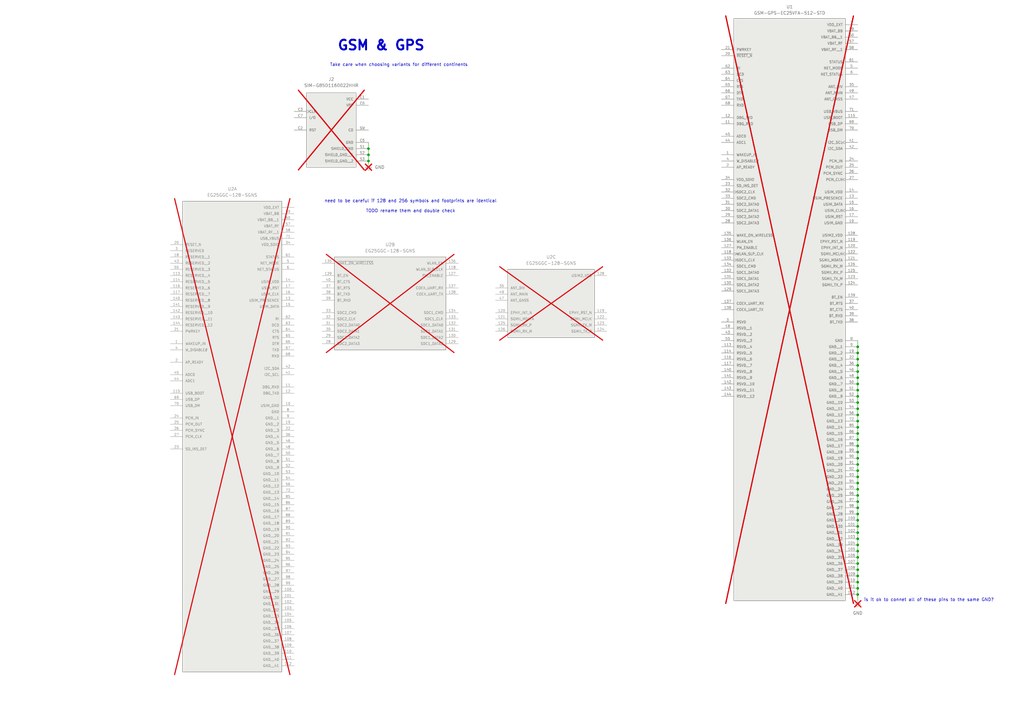
<source format=kicad_sch>
(kicad_sch (version 20250114) (generator "eeschema") (generator_version "9.0")
  (paper "A3")
  (lib_symbols
    (symbol "GND_1" (power) (pin_names (offset 0))
      (property "Value" "GND" (at 0 -3.81 0))
      (symbol "GND_1_0_1"
        (polyline (pts (xy 0 0) (xy 0 -1.27) (xy 1.27 -1.27) (xy 0 -2.54) (xy -1.27 -1.27) (xy 0 -1.27)))
      )
      (symbol "GND_1_1_1"
        (pin power_in line (at 0 0 270) (length 0) (hide yes) (name "GND") (number "1"))
      )
    )
    (symbol "SPIRIT-components:EG25GGC-128-SGNS" (pin_names (offset 1.016))
      (property "Reference" "U" (at -20.32 41.91 0))
      (property "Value" "EG25GGC-128-SGNS" (at -20.32 -153.67 0))
      (symbol "EG25GGC-128-SGNS_1_0"
        (rectangle (start -20.32 -152.4) (end 20.32 40.64) (stroke (width 0.254)) (fill (type background)))
        (pin input line (at -25.4 22.86 0) (length 5.08) (name "RESET_N") (number "20"))
        (pin bidirectional line (at -25.4 20.32 0) (length 5.08) (name "RESERVED") (number "3"))
        (pin bidirectional line (at -25.4 17.78 0) (length 5.08) (name "RESERVED__1") (number "18"))
        (pin bidirectional line (at -25.4 15.24 0) (length 5.08) (name "RESERVED__2") (number "43"))
        (pin bidirectional line (at -25.4 12.7 0) (length 5.08) (name "RESERVED__3") (number "55"))
        (pin bidirectional line (at -25.4 10.16 0) (length 5.08) (name "RESERVED__4") (number "113"))
        (pin bidirectional line (at -25.4 7.62 0) (length 5.08) (name "RESERVED__5") (number "114"))
        (pin bidirectional line (at -25.4 5.08 0) (length 5.08) (name "RESERVED__6") (number "116"))
        (pin bidirectional line (at -25.4 2.54 0) (length 5.08) (name "RESERVED__7") (number "117"))
        (pin bidirectional line (at -25.4 0 0) (length 5.08) (name "RESERVED__8") (number "140"))
        (pin bidirectional line (at -25.4 -2.54 0) (length 5.08) (name "RESERVED__9") (number "141"))
        (pin bidirectional line (at -25.4 -5.08 0) (length 5.08) (name "RESERVED__10") (number "142"))
        (pin bidirectional line (at -25.4 -7.62 0) (length 5.08) (name "RESERVED__11") (number "143"))
        (pin bidirectional line (at -25.4 -10.16 0) (length 5.08) (name "RESERVED__12") (number "144"))
        (pin input line (at -25.4 -12.7 0) (length 5.08) (name "PWRKEY") (number "21"))
        (pin input line (at -25.4 -17.78 0) (length 5.08) (name "WAKEUP_IN") (number "1"))
        (pin input line (at -25.4 -20.32 0) (length 5.08) (name "W_DISABLE#") (number "4"))
        (pin input line (at -25.4 -25.4 0) (length 5.08) (name "AP_READY") (number "2"))
        (pin input line (at -25.4 -30.48 0) (length 5.08) (name "ADC0") (number "45"))
        (pin input line (at -25.4 -33.02 0) (length 5.08) (name "ADC1") (number "44"))
        (pin input line (at -25.4 -38.1 0) (length 5.08) (name "USB_BOOT") (number "115"))
        (pin bidirectional line (at -25.4 -40.64 0) (length 5.08) (name "USB_DP") (number "69"))
        (pin bidirectional line (at -25.4 -43.18 0) (length 5.08) (name "USB_DM") (number "70"))
        (pin input line (at -25.4 -48.26 0) (length 5.08) (name "PCM_IN") (number "24"))
        (pin output line (at -25.4 -50.8 0) (length 5.08) (name "PCM_OUT") (number "25"))
        (pin bidirectional line (at -25.4 -53.34 0) (length 5.08) (name "PCM_SYNC") (number "26"))
        (pin bidirectional line (at -25.4 -55.88 0) (length 5.08) (name "PCM_CLK") (number "27"))
        (pin input line (at -25.4 -60.96 0) (length 5.08) (name "SD_INS_DET") (number "23"))
        (pin power_in line (at 25.4 38.1 180) (length 5.08) (name "VDD_EXT") (number "7"))
        (pin power_in line (at 25.4 35.56 180) (length 5.08) (name "VBAT_BB") (number "59"))
        (pin power_in line (at 25.4 33.02 180) (length 5.08) (name "VBAT_BB__1") (number "60"))
        (pin power_in line (at 25.4 30.48 180) (length 5.08) (name "VBAT_RF") (number "57"))
        (pin power_in line (at 25.4 27.94 180) (length 5.08) (name "VBAT_RF__1") (number "58"))
        (pin power_in line (at 25.4 25.4 180) (length 5.08) (name "USB_VBUS") (number "71"))
        (pin output line (at 25.4 22.86 180) (length 5.08) (name "VDD_SDIO") (number "34"))
        (pin output line (at 25.4 17.78 180) (length 5.08) (name "STATUS") (number "61"))
        (pin output line (at 25.4 15.24 180) (length 5.08) (name "NET_MODE") (number "5"))
        (pin output line (at 25.4 12.7 180) (length 5.08) (name "NET_STATUS") (number "6"))
        (pin output line (at 25.4 7.62 180) (length 5.08) (name "USIM_VDD") (number "14"))
        (pin output line (at 25.4 5.08 180) (length 5.08) (name "USIM_RST") (number "17"))
        (pin output line (at 25.4 2.54 180) (length 5.08) (name "USIM_CLK") (number "16"))
        (pin input line (at 25.4 0 180) (length 5.08) (name "USIM_PRESENCE") (number "13"))
        (pin bidirectional line (at 25.4 -2.54 180) (length 5.08) (name "USIM_DATA") (number "15"))
        (pin output line (at 25.4 -7.62 180) (length 5.08) (name "RI") (number "62"))
        (pin output line (at 25.4 -10.16 180) (length 5.08) (name "DCD") (number "63"))
        (pin output line (at 25.4 -12.7 180) (length 5.08) (name "CTS") (number "64"))
        (pin input line (at 25.4 -15.24 180) (length 5.08) (name "RTS") (number "65"))
        (pin input line (at 25.4 -17.78 180) (length 5.08) (name "DTR") (number "66"))
        (pin output line (at 25.4 -20.32 180) (length 5.08) (name "TXD") (number "67"))
        (pin input line (at 25.4 -22.86 180) (length 5.08) (name "RXD") (number "68"))
        (pin output line (at 25.4 -27.94 180) (length 5.08) (name "I2C_SDA") (number "42"))
        (pin output line (at 25.4 -30.48 180) (length 5.08) (name "I2C_SCL") (number "41"))
        (pin input line (at 25.4 -35.56 180) (length 5.08) (name "DBG_RXD") (number "11"))
        (pin output line (at 25.4 -38.1 180) (length 5.08) (name "DBG_TXD") (number "12"))
        (pin power_in line (at 25.4 -43.18 180) (length 5.08) (name "USIM_GND") (number "10"))
        (pin power_in line (at 25.4 -45.72 180) (length 5.08) (name "GND") (number "8"))
        (pin power_in line (at 25.4 -48.26 180) (length 5.08) (name "GND__1") (number "9"))
        (pin power_in line (at 25.4 -50.8 180) (length 5.08) (name "GND__2") (number "19"))
        (pin power_in line (at 25.4 -53.34 180) (length 5.08) (name "GND__3") (number "22"))
        (pin power_in line (at 25.4 -55.88 180) (length 5.08) (name "GND__4") (number "36"))
        (pin power_in line (at 25.4 -58.42 180) (length 5.08) (name "GND__5") (number "46"))
        (pin power_in line (at 25.4 -60.96 180) (length 5.08) (name "GND__6") (number "48"))
        (pin power_in line (at 25.4 -63.5 180) (length 5.08) (name "GND__7") (number "50"))
        (pin power_in line (at 25.4 -66.04 180) (length 5.08) (name "GND__8") (number "51"))
        (pin power_in line (at 25.4 -68.58 180) (length 5.08) (name "GND__9") (number "52"))
        (pin power_in line (at 25.4 -71.12 180) (length 5.08) (name "GND__10") (number "53"))
        (pin power_in line (at 25.4 -73.66 180) (length 5.08) (name "GND__11") (number "54"))
        (pin power_in line (at 25.4 -76.2 180) (length 5.08) (name "GND__12") (number "56"))
        (pin power_in line (at 25.4 -78.74 180) (length 5.08) (name "GND__13") (number "72"))
        (pin power_in line (at 25.4 -81.28 180) (length 5.08) (name "GND__14") (number "85"))
        (pin power_in line (at 25.4 -83.82 180) (length 5.08) (name "GND__15") (number "86"))
        (pin power_in line (at 25.4 -86.36 180) (length 5.08) (name "GND__16") (number "87"))
        (pin power_in line (at 25.4 -88.9 180) (length 5.08) (name "GND__17") (number "88"))
        (pin power_in line (at 25.4 -91.44 180) (length 5.08) (name "GND__18") (number "89"))
        (pin power_in line (at 25.4 -93.98 180) (length 5.08) (name "GND__19") (number "90"))
        (pin power_in line (at 25.4 -96.52 180) (length 5.08) (name "GND__20") (number "91"))
        (pin power_in line (at 25.4 -99.06 180) (length 5.08) (name "GND__21") (number "92"))
        (pin power_in line (at 25.4 -101.6 180) (length 5.08) (name "GND__22") (number "93"))
        (pin power_in line (at 25.4 -104.14 180) (length 5.08) (name "GND__23") (number "94"))
        (pin power_in line (at 25.4 -106.68 180) (length 5.08) (name "GND__24") (number "95"))
        (pin power_in line (at 25.4 -109.22 180) (length 5.08) (name "GND__25") (number "96"))
        (pin power_in line (at 25.4 -111.76 180) (length 5.08) (name "GND__26") (number "97"))
        (pin power_in line (at 25.4 -114.3 180) (length 5.08) (name "GND__27") (number "98"))
        (pin power_in line (at 25.4 -116.84 180) (length 5.08) (name "GND__28") (number "99"))
        (pin power_in line (at 25.4 -119.38 180) (length 5.08) (name "GND__29") (number "100"))
        (pin power_in line (at 25.4 -121.92 180) (length 5.08) (name "GND__30") (number "101"))
        (pin power_in line (at 25.4 -124.46 180) (length 5.08) (name "GND__31") (number "102"))
        (pin power_in line (at 25.4 -127 180) (length 5.08) (name "GND__32") (number "103"))
        (pin power_in line (at 25.4 -129.54 180) (length 5.08) (name "GND__33") (number "104"))
        (pin power_in line (at 25.4 -132.08 180) (length 5.08) (name "GND__34") (number "105"))
        (pin power_in line (at 25.4 -134.62 180) (length 5.08) (name "GND__35") (number "106"))
        (pin power_in line (at 25.4 -137.16 180) (length 5.08) (name "GND__36") (number "107"))
        (pin power_in line (at 25.4 -139.7 180) (length 5.08) (name "GND__37") (number "108"))
        (pin power_in line (at 25.4 -142.24 180) (length 5.08) (name "GND__38") (number "109"))
        (pin power_in line (at 25.4 -144.78 180) (length 5.08) (name "GND__39") (number "110"))
        (pin power_in line (at 25.4 -147.32 180) (length 5.08) (name "GND__40") (number "111"))
        (pin power_in line (at 25.4 -149.86 180) (length 5.08) (name "GND__41") (number "112"))
      )
      (symbol "EG25GGC-128-SGNS_2_0"
        (rectangle (start -22.86 -20.32) (end 22.86 17.78) (stroke (width 0.254)) (fill (type background)))
        (pin input line (at -27.94 15.24 0) (length 5.08) (name "~{WAKE_ON_WIRELESS}") (number "135"))
        (pin output line (at -27.94 10.16 0) (length 5.08) (name "BT_EN") (number "139"))
        (pin output line (at -27.94 7.62 0) (length 5.08) (name "BT_CTS") (number "40"))
        (pin input line (at -27.94 5.08 0) (length 5.08) (name "BT_RTS") (number "37"))
        (pin output line (at -27.94 2.54 0) (length 5.08) (name "BT_TXD") (number "38"))
        (pin input line (at -27.94 0 0) (length 5.08) (name "BT_RXD") (number "39"))
        (pin bidirectional line (at -27.94 -5.08 0) (length 5.08) (name "SDC2_CMD") (number "33"))
        (pin output line (at -27.94 -7.62 0) (length 5.08) (name "SDC2_CLK") (number "32"))
        (pin bidirectional line (at -27.94 -10.16 0) (length 5.08) (name "SDC2_DATA0") (number "31"))
        (pin bidirectional line (at -27.94 -12.7 0) (length 5.08) (name "SDC2_DATA1") (number "30"))
        (pin bidirectional line (at -27.94 -15.24 0) (length 5.08) (name "SDC2_DATA2") (number "29"))
        (pin bidirectional line (at -27.94 -17.78 0) (length 5.08) (name "SDC2_DATA3") (number "28"))
        (pin output line (at 27.94 15.24 180) (length 5.08) (name "WLAN_EN") (number "136"))
        (pin output line (at 27.94 12.7 180) (length 5.08) (name "WLAN_SLP_CLK") (number "118"))
        (pin output line (at 27.94 10.16 180) (length 5.08) (name "PM_ENABLE") (number "127"))
        (pin input line (at 27.94 5.08 180) (length 5.08) (name "COEX_UART_RX") (number "137"))
        (pin output line (at 27.94 2.54 180) (length 5.08) (name "COEX_UART_TX") (number "138"))
        (pin output line (at 27.94 -5.08 180) (length 5.08) (name "SDC1_CMD") (number "134"))
        (pin output line (at 27.94 -7.62 180) (length 5.08) (name "SDC1_CLK") (number "133"))
        (pin bidirectional line (at 27.94 -10.16 180) (length 5.08) (name "SDC1_DATA0") (number "132"))
        (pin bidirectional line (at 27.94 -12.7 180) (length 5.08) (name "SDC1_DATA1") (number "131"))
        (pin bidirectional line (at 27.94 -15.24 180) (length 5.08) (name "SDC1_DATA2") (number "130"))
        (pin bidirectional line (at 27.94 -17.78 180) (length 5.08) (name "SDC1_DATA3") (number "129"))
      )
      (symbol "EG25GGC-128-SGNS_3_0"
        (rectangle (start -17.78 -15.24) (end 17.78 12.7) (stroke (width 0.254)) (fill (type background)))
        (pin input line (at -22.86 5.08 0) (length 5.08) (name "ANT_DIV") (number "35"))
        (pin output line (at -22.86 2.54 0) (length 5.08) (name "ANT_MAIN") (number "49"))
        (pin input line (at -22.86 0 0) (length 5.08) (name "ANT_GNSS") (number "47"))
        (pin input line (at -22.86 -5.08 0) (length 5.08) (name "EPHY_INT_N") (number "120"))
        (pin bidirectional line (at -22.86 -7.62 0) (length 5.08) (name "SGMII_MDATA") (number "121"))
        (pin input line (at -22.86 -10.16 0) (length 5.08) (name "SGMII_RX_P") (number "125"))
        (pin input line (at -22.86 -12.7 0) (length 5.08) (name "SGMII_RX_M") (number "126"))
        (pin output line (at 22.86 10.16 180) (length 5.08) (name "USIM2_VDD") (number "128"))
        (pin output line (at 22.86 -5.08 180) (length 5.08) (name "EPHY_RST_N") (number "119"))
        (pin output line (at 22.86 -7.62 180) (length 5.08) (name "SGMII_MCLK") (number "122"))
        (pin output line (at 22.86 -10.16 180) (length 5.08) (name "SGMII_TX_M") (number "123"))
        (pin output line (at 22.86 -12.7 180) (length 5.08) (name "SGMII_TX_P") (number "124"))
      )
    )
    (symbol "SPIRIT-components:GSM-GPS-EC25VFA-512-STD" (pin_names (offset 1.016))
      (property "Reference" "U" (at -22.86 64.77 0))
      (property "Value" "GSM-GPS-EC25VFA-512-STD" (at -22.86 -179.07 0))
      (symbol "GSM-GPS-EC25VFA-512-STD_0_0"
        (rectangle (start -22.86 -175.26) (end 22.86 63.5) (stroke (width 0.254)) (fill (type background)))
        (pin input line (at -27.94 50.8 0) (length 5.08) (name "PWRKEY") (number "21"))
        (pin input line (at -27.94 48.26 0) (length 5.08) (name "~{RESET_N}") (number "20"))
        (pin output line (at -27.94 43.18 0) (length 5.08) (name "RI") (number "62"))
        (pin output line (at -27.94 40.64 0) (length 5.08) (name "DCD") (number "63"))
        (pin output line (at -27.94 38.1 0) (length 5.08) (name "CTS") (number "64"))
        (pin input line (at -27.94 35.56 0) (length 5.08) (name "RTS") (number "65"))
        (pin input line (at -27.94 33.02 0) (length 5.08) (name "DTR") (number "66"))
        (pin output line (at -27.94 30.48 0) (length 5.08) (name "TXD") (number "67"))
        (pin input line (at -27.94 27.94 0) (length 5.08) (name "RXD") (number "68"))
        (pin output line (at -27.94 22.86 0) (length 5.08) (name "DBG_TXD") (number "12"))
        (pin input line (at -27.94 20.32 0) (length 5.08) (name "DBG_RXD") (number "11"))
        (pin input line (at -27.94 15.24 0) (length 5.08) (name "ADC0") (number "45"))
        (pin input line (at -27.94 12.7 0) (length 5.08) (name "ADC1") (number "44"))
        (pin input line (at -27.94 7.62 0) (length 5.08) (name "WAKEUP_IN") (number "1"))
        (pin input line (at -27.94 5.08 0) (length 5.08) (name "W_DISABLE#") (number "4"))
        (pin input line (at -27.94 2.54 0) (length 5.08) (name "AP_READY") (number "2"))
        (pin power_in line (at -27.94 -2.54 0) (length 5.08) (name "VDD_SDIO") (number "34"))
        (pin input line (at -27.94 -5.08 0) (length 5.08) (name "SD_INS_DET") (number "23"))
        (pin output clock (at -27.94 -7.62 0) (length 5.08) (name "SDC2_CLK") (number "32"))
        (pin bidirectional line (at -27.94 -10.16 0) (length 5.08) (name "SDC2_CMD") (number "33"))
        (pin bidirectional line (at -27.94 -12.7 0) (length 5.08) (name "SDC2_DATA0") (number "31"))
        (pin bidirectional line (at -27.94 -15.24 0) (length 5.08) (name "SDC2_DATA1") (number "30"))
        (pin bidirectional line (at -27.94 -17.78 0) (length 5.08) (name "SDC2_DATA2") (number "29"))
        (pin bidirectional line (at -27.94 -20.32 0) (length 5.08) (name "SDC2_DATA3") (number "28"))
        (pin input line (at -27.94 -25.4 0) (length 5.08) (name "WAKE_ON_WIRELESS") (number "135"))
        (pin output line (at -27.94 -27.94 0) (length 5.08) (name "WLAN_EN") (number "136"))
        (pin output line (at -27.94 -30.48 0) (length 5.08) (name "PM_ENABLE") (number "127"))
        (pin output clock (at -27.94 -33.02 0) (length 5.08) (name "WLAN_SLP_CLK") (number "118"))
        (pin output clock (at -27.94 -35.56 0) (length 5.08) (name "SDC1_CLK") (number "133"))
        (pin output line (at -27.94 -38.1 0) (length 5.08) (name "SDC1_CMD") (number "134"))
        (pin bidirectional line (at -27.94 -40.64 0) (length 5.08) (name "SDC1_DATA0") (number "132"))
        (pin bidirectional line (at -27.94 -43.18 0) (length 5.08) (name "SDC1_DATA1") (number "131"))
        (pin bidirectional line (at -27.94 -45.72 0) (length 5.08) (name "SDC1_DATA2") (number "130"))
        (pin bidirectional line (at -27.94 -48.26 0) (length 5.08) (name "SDC1_DATA3") (number "129"))
        (pin input line (at -27.94 -53.34 0) (length 5.08) (name "COEX_UART_RX") (number "137"))
        (pin output line (at -27.94 -55.88 0) (length 5.08) (name "COEX_UART_TX") (number "138"))
        (pin passive line (at -27.94 -60.96 0) (length 5.08) (name "RSVD") (number "3"))
        (pin passive line (at -27.94 -63.5 0) (length 5.08) (name "RSVD__1") (number "18"))
        (pin passive line (at -27.94 -66.04 0) (length 5.08) (name "RSVD__2") (number "43"))
        (pin passive line (at -27.94 -68.58 0) (length 5.08) (name "RSVD__3") (number "55"))
        (pin passive line (at -27.94 -71.12 0) (length 5.08) (name "RSVD__4") (number "113"))
        (pin passive line (at -27.94 -73.66 0) (length 5.08) (name "RSVD__5") (number "114"))
        (pin passive line (at -27.94 -76.2 0) (length 5.08) (name "RSVD__6") (number "116"))
        (pin passive line (at -27.94 -78.74 0) (length 5.08) (name "RSVD__7") (number "117"))
        (pin passive line (at -27.94 -81.28 0) (length 5.08) (name "RSVD__8") (number "140"))
        (pin passive line (at -27.94 -83.82 0) (length 5.08) (name "RSVD__9") (number "141"))
        (pin passive line (at -27.94 -86.36 0) (length 5.08) (name "RSVD__10") (number "142"))
        (pin passive line (at -27.94 -88.9 0) (length 5.08) (name "RSVD__11") (number "143"))
        (pin passive line (at -27.94 -91.44 0) (length 5.08) (name "RSVD__12") (number "144"))
        (pin power_in line (at 27.94 60.96 180) (length 5.08) (name "VDD_EXT") (number "7"))
        (pin power_in line (at 27.94 58.42 180) (length 5.08) (name "VBAT_BB") (number "59"))
        (pin power_in line (at 27.94 55.88 180) (length 5.08) (name "VBAT_BB__1") (number "60"))
        (pin power_in line (at 27.94 53.34 180) (length 5.08) (name "VBAT_RF") (number "57"))
        (pin power_in line (at 27.94 50.8 180) (length 5.08) (name "VBAT_RF__1") (number "58"))
        (pin output line (at 27.94 45.72 180) (length 5.08) (name "STATUS") (number "61"))
        (pin output line (at 27.94 43.18 180) (length 5.08) (name "NET_MODE") (number "5"))
        (pin output line (at 27.94 40.64 180) (length 5.08) (name "NET_STATUS") (number "6"))
        (pin input line (at 27.94 35.56 180) (length 5.08) (name "ANT_DIV") (number "35"))
        (pin bidirectional line (at 27.94 33.02 180) (length 5.08) (name "ANT_MAIN") (number "49"))
        (pin input line (at 27.94 30.48 180) (length 5.08) (name "ANT_GNSS") (number "47"))
        (pin input line (at 27.94 25.4 180) (length 5.08) (name "USB_VBUS") (number "71"))
        (pin input line (at 27.94 22.86 180) (length 5.08) (name "USB_BOOT") (number "115"))
        (pin bidirectional line (at 27.94 20.32 180) (length 5.08) (name "USB_DP") (number "69"))
        (pin bidirectional line (at 27.94 17.78 180) (length 5.08) (name "USB_DM") (number "70"))
        (pin output clock (at 27.94 12.7 180) (length 5.08) (name "I2C_SCL") (number "41"))
        (pin output line (at 27.94 10.16 180) (length 5.08) (name "I2C_SDA") (number "42"))
        (pin input line (at 27.94 5.08 180) (length 5.08) (name "PCM_IN") (number "24"))
        (pin output line (at 27.94 2.54 180) (length 5.08) (name "PCM_OUT") (number "25"))
        (pin bidirectional line (at 27.94 0 180) (length 5.08) (name "PCM_SYNC") (number "26"))
        (pin bidirectional clock (at 27.94 -2.54 180) (length 5.08) (name "PCM_CLK") (number "27"))
        (pin power_in line (at 27.94 -7.62 180) (length 5.08) (name "USIM_VDD") (number "14"))
        (pin input line (at 27.94 -10.16 180) (length 5.08) (name "USIM_PRESENCE") (number "13"))
        (pin bidirectional line (at 27.94 -12.7 180) (length 5.08) (name "USIM_DATA") (number "15"))
        (pin output clock (at 27.94 -15.24 180) (length 5.08) (name "USIM_CLK") (number "16"))
        (pin output line (at 27.94 -17.78 180) (length 5.08) (name "USIM_RST") (number "17"))
        (pin power_in line (at 27.94 -20.32 180) (length 5.08) (name "USIM_GND") (number "10"))
        (pin power_in line (at 27.94 -25.4 180) (length 5.08) (name "USIM2_VDD") (number "128"))
        (pin output line (at 27.94 -27.94 180) (length 5.08) (name "EPHY_RST_N") (number "119"))
        (pin input line (at 27.94 -30.48 180) (length 5.08) (name "EPHY_INT_N") (number "120"))
        (pin output clock (at 27.94 -33.02 180) (length 5.08) (name "SGMII_MCLK") (number "122"))
        (pin bidirectional line (at 27.94 -35.56 180) (length 5.08) (name "SGMII_MDATA") (number "121"))
        (pin input line (at 27.94 -38.1 180) (length 5.08) (name "SGMII_RX_M") (number "126"))
        (pin input line (at 27.94 -40.64 180) (length 5.08) (name "SGMII_RX_P") (number "125"))
        (pin output line (at 27.94 -43.18 180) (length 5.08) (name "SGMII_TX_M") (number "123"))
        (pin output line (at 27.94 -45.72 180) (length 5.08) (name "SGMII_TX_P") (number "124"))
        (pin output line (at 27.94 -50.8 180) (length 5.08) (name "BT_EN") (number "139"))
        (pin input line (at 27.94 -53.34 180) (length 5.08) (name "BT_RTS") (number "37"))
        (pin output line (at 27.94 -55.88 180) (length 5.08) (name "BT_CTS") (number "40"))
        (pin input line (at 27.94 -58.42 180) (length 5.08) (name "BT_RXD") (number "39"))
        (pin output line (at 27.94 -60.96 180) (length 5.08) (name "BT_TXD") (number "38"))
        (pin power_in line (at 27.94 -68.58 180) (length 5.08) (name "GND") (number "8"))
        (pin power_in line (at 27.94 -71.12 180) (length 5.08) (name "GND__1") (number "9"))
        (pin power_in line (at 27.94 -73.66 180) (length 5.08) (name "GND__2") (number "19"))
        (pin power_in line (at 27.94 -76.2 180) (length 5.08) (name "GND__3") (number "22"))
        (pin power_in line (at 27.94 -78.74 180) (length 5.08) (name "GND__4") (number "36"))
        (pin power_in line (at 27.94 -81.28 180) (length 5.08) (name "GND__5") (number "46"))
        (pin power_in line (at 27.94 -83.82 180) (length 5.08) (name "GND__6") (number "48"))
        (pin power_in line (at 27.94 -86.36 180) (length 5.08) (name "GND__7") (number "50"))
        (pin power_in line (at 27.94 -88.9 180) (length 5.08) (name "GND__8") (number "51"))
        (pin power_in line (at 27.94 -91.44 180) (length 5.08) (name "GND__9") (number "52"))
        (pin power_in line (at 27.94 -93.98 180) (length 5.08) (name "GND__10") (number "53"))
        (pin power_in line (at 27.94 -96.52 180) (length 5.08) (name "GND__11") (number "54"))
        (pin power_in line (at 27.94 -99.06 180) (length 5.08) (name "GND__12") (number "56"))
        (pin power_in line (at 27.94 -101.6 180) (length 5.08) (name "GND__13") (number "72"))
        (pin power_in line (at 27.94 -104.14 180) (length 5.08) (name "GND__14") (number "85"))
        (pin power_in line (at 27.94 -106.68 180) (length 5.08) (name "GND__15") (number "86"))
        (pin power_in line (at 27.94 -109.22 180) (length 5.08) (name "GND__16") (number "87"))
        (pin power_in line (at 27.94 -111.76 180) (length 5.08) (name "GND__17") (number "88"))
        (pin power_in line (at 27.94 -114.3 180) (length 5.08) (name "GND__18") (number "89"))
        (pin power_in line (at 27.94 -116.84 180) (length 5.08) (name "GND__19") (number "90"))
        (pin power_in line (at 27.94 -119.38 180) (length 5.08) (name "GND__20") (number "91"))
        (pin power_in line (at 27.94 -121.92 180) (length 5.08) (name "GND__21") (number "92"))
        (pin power_in line (at 27.94 -124.46 180) (length 5.08) (name "GND__22") (number "93"))
        (pin power_in line (at 27.94 -127 180) (length 5.08) (name "GND__23") (number "94"))
        (pin power_in line (at 27.94 -129.54 180) (length 5.08) (name "GND__24") (number "95"))
        (pin power_in line (at 27.94 -132.08 180) (length 5.08) (name "GND__25") (number "96"))
        (pin power_in line (at 27.94 -134.62 180) (length 5.08) (name "GND__26") (number "97"))
        (pin power_in line (at 27.94 -137.16 180) (length 5.08) (name "GND__27") (number "98"))
        (pin power_in line (at 27.94 -139.7 180) (length 5.08) (name "GND__28") (number "99"))
        (pin power_in line (at 27.94 -142.24 180) (length 5.08) (name "GND__29") (number "100"))
        (pin power_in line (at 27.94 -144.78 180) (length 5.08) (name "GND__30") (number "101"))
        (pin power_in line (at 27.94 -147.32 180) (length 5.08) (name "GND__31") (number "102"))
        (pin power_in line (at 27.94 -149.86 180) (length 5.08) (name "GND__32") (number "103"))
        (pin power_in line (at 27.94 -152.4 180) (length 5.08) (name "GND__33") (number "104"))
        (pin power_in line (at 27.94 -154.94 180) (length 5.08) (name "GND__34") (number "105"))
        (pin power_in line (at 27.94 -157.48 180) (length 5.08) (name "GND__35") (number "106"))
        (pin power_in line (at 27.94 -160.02 180) (length 5.08) (name "GND__36") (number "107"))
        (pin power_in line (at 27.94 -162.56 180) (length 5.08) (name "GND__37") (number "108"))
        (pin power_in line (at 27.94 -165.1 180) (length 5.08) (name "GND__38") (number "109"))
        (pin power_in line (at 27.94 -167.64 180) (length 5.08) (name "GND__39") (number "110"))
        (pin power_in line (at 27.94 -170.18 180) (length 5.08) (name "GND__40") (number "111"))
        (pin power_in line (at 27.94 -172.72 180) (length 5.08) (name "GND__41") (number "112"))
      )
    )
    (symbol "SPIRIT-components:SIM-G85D1160022HHR" (pin_names (offset 1.016))
      (property "Reference" "J" (at -10.16 13.462 0))
      (property "Value" "SIM-G85D1160022HHR" (at -10.16 -20.32 0))
      (symbol "SIM-G85D1160022HHR_0_0"
        (rectangle (start -10.16 -17.78) (end 10.16 12.7) (stroke (width 0.254)) (fill (type background)))
        (pin input clock (at -15.24 5.08 0) (length 5.08) (name "CLK") (number "C3"))
        (pin bidirectional line (at -15.24 2.54 0) (length 5.08) (name "I/O") (number "C7"))
        (pin input line (at -15.24 -2.54 0) (length 5.08) (name "RST") (number "C2"))
        (pin power_in line (at 15.24 10.16 180) (length 5.08) (name "VCC") (number "C1"))
        (pin passive line (at 15.24 7.62 180) (length 5.08) (name "VPP") (number "C6"))
        (pin passive line (at 15.24 -2.54 180) (length 5.08) (name "CD") (number "SW"))
        (pin power_in line (at 15.24 -7.62 180) (length 5.08) (name "GND") (number "C5"))
        (pin power_in line (at 15.24 -10.16 180) (length 5.08) (name "SHIELD_GND") (number "S1"))
        (pin power_in line (at 15.24 -12.7 180) (length 5.08) (name "SHIELD_GND__1") (number "S2"))
        (pin power_in line (at 15.24 -15.24 180) (length 5.08) (name "SHIELD_GND__2") (number "S3"))
      )
    )
    (symbol "power:GND" (power) (pin_names (offset 0))
      (property "Value" "GND" (at 0 -3.81 0))
      (symbol "GND_0_1"
        (polyline (pts (xy 0 0) (xy 0 -1.27) (xy 1.27 -1.27) (xy 0 -2.54) (xy -1.27 -1.27) (xy 0 -1.27)))
      )
      (symbol "GND_1_1"
        (pin power_in line (at 0 0 270) (length 0) (hide yes) (name "GND") (number "1"))
      )
    )
  )
  (text "is it ok to connet all of these pins to the same GND?\n" (at 381 246.126 0) (effects (font (size 1.27 1.27))))
  (text "GSM & GPS" (at 138.176 21.082 0) (effects (font (size 4 4) (thickness 0.8) (bold yes)) (justify left bottom)))
  (text "Take care when choosing variants for different continents" (at 163.576 26.67 0) (effects (font (size 1.27 1.27))))
  (text "need to be careful if 128 and 256 symbols and footprints are identical\n\nTODO rename them and double check" (at 168.402 84.582 0) (effects (font (size 1.27 1.27))))
  (junction (at 351.79 180.34))
  (junction (at 351.79 198.12))
  (junction (at 151.13 60.96))
  (junction (at 351.79 165.1))
  (junction (at 351.79 226.06))
  (junction (at 351.79 200.66))
  (junction (at 351.79 205.74))
  (junction (at 351.79 144.78))
  (junction (at 351.79 233.68))
  (junction (at 351.79 243.84))
  (junction (at 351.79 175.26))
  (junction (at 351.79 228.6))
  (junction (at 351.79 157.48))
  (junction (at 351.79 167.64))
  (junction (at 351.79 147.32))
  (junction (at 351.79 195.58))
  (junction (at 351.79 215.9))
  (junction (at 351.79 210.82))
  (junction (at 351.79 241.3))
  (junction (at 351.79 190.5))
  (junction (at 351.79 236.22))
  (junction (at 351.79 152.4))
  (junction (at 351.79 162.56))
  (junction (at 351.79 193.04))
  (junction (at 351.79 160.02))
  (junction (at 351.79 231.14))
  (junction (at 351.79 218.44))
  (junction (at 351.79 213.36))
  (junction (at 351.79 154.94))
  (junction (at 351.79 220.98))
  (junction (at 151.13 63.5))
  (junction (at 351.79 208.28))
  (junction (at 351.79 238.76))
  (junction (at 151.13 66.04))
  (junction (at 351.79 182.88))
  (junction (at 351.79 172.72))
  (junction (at 351.79 185.42))
  (junction (at 351.79 170.18))
  (junction (at 351.79 203.2))
  (junction (at 351.79 187.96))
  (junction (at 351.79 142.24))
  (junction (at 351.79 177.8))
  (junction (at 351.79 223.52))
  (junction (at 351.79 149.86))
  (wire (pts (xy 351.79 177.8) (xy 351.79 180.34)))
  (wire (pts (xy 351.79 152.4) (xy 351.79 154.94)))
  (wire (pts (xy 351.79 223.52) (xy 351.79 226.06)))
  (wire (pts (xy 351.79 203.2) (xy 351.79 205.74)))
  (wire (pts (xy 351.79 236.22) (xy 351.79 238.76)))
  (wire (pts (xy 351.79 187.96) (xy 351.79 190.5)))
  (wire (pts (xy 351.79 149.86) (xy 351.79 152.4)))
  (wire (pts (xy 351.79 243.84) (xy 351.79 246.38)))
  (wire (pts (xy 351.79 144.78) (xy 351.79 147.32)))
  (wire (pts (xy 351.79 210.82) (xy 351.79 213.36)))
  (wire (pts (xy 351.79 175.26) (xy 351.79 177.8)))
  (wire (pts (xy 351.79 160.02) (xy 351.79 162.56)))
  (wire (pts (xy 351.79 195.58) (xy 351.79 198.12)))
  (wire (pts (xy 351.79 170.18) (xy 351.79 172.72)))
  (wire (pts (xy 351.79 200.66) (xy 351.79 203.2)))
  (wire (pts (xy 351.79 228.6) (xy 351.79 231.14)))
  (wire (pts (xy 151.13 60.96) (xy 151.13 63.5)))
  (wire (pts (xy 351.79 241.3) (xy 351.79 243.84)))
  (wire (pts (xy 351.79 213.36) (xy 351.79 215.9)))
  (wire (pts (xy 351.79 139.7) (xy 351.79 142.24)))
  (wire (pts (xy 351.79 238.76) (xy 351.79 241.3)))
  (wire (pts (xy 351.79 226.06) (xy 351.79 228.6)))
  (wire (pts (xy 351.79 205.74) (xy 351.79 208.28)))
  (wire (pts (xy 351.79 193.04) (xy 351.79 195.58)))
  (wire (pts (xy 151.13 67.31) (xy 151.13 66.04)))
  (wire (pts (xy 351.79 172.72) (xy 351.79 175.26)))
  (wire (pts (xy 151.13 58.42) (xy 151.13 60.96)))
  (wire (pts (xy 351.79 185.42) (xy 351.79 187.96)))
  (wire (pts (xy 351.79 208.28) (xy 351.79 210.82)))
  (wire (pts (xy 351.79 154.94) (xy 351.79 157.48)))
  (wire (pts (xy 351.79 147.32) (xy 351.79 149.86)))
  (wire (pts (xy 351.79 233.68) (xy 351.79 236.22)))
  (wire (pts (xy 351.79 182.88) (xy 351.79 185.42)))
  (wire (pts (xy 351.79 167.64) (xy 351.79 170.18)))
  (wire (pts (xy 351.79 165.1) (xy 351.79 167.64)))
  (wire (pts (xy 151.13 63.5) (xy 151.13 66.04)))
  (wire (pts (xy 351.79 157.48) (xy 351.79 160.02)))
  (wire (pts (xy 351.79 180.34) (xy 351.79 182.88)))
  (wire (pts (xy 351.79 218.44) (xy 351.79 220.98)))
  (wire (pts (xy 351.79 220.98) (xy 351.79 223.52)))
  (wire (pts (xy 351.79 162.56) (xy 351.79 165.1)))
  (wire (pts (xy 351.79 215.9) (xy 351.79 218.44)))
  (wire (pts (xy 351.79 198.12) (xy 351.79 200.66)))
  (wire (pts (xy 351.79 190.5) (xy 351.79 193.04)))
  (wire (pts (xy 351.79 142.24) (xy 351.79 144.78)))
  (wire (pts (xy 351.79 231.14) (xy 351.79 233.68)))
  (symbol (lib_id "SPIRIT-components:SIM-G85D1160022HHR") (at 135.89 50.8 0) (unit 1) (dnp yes)
    (property "Reference" "J2" (at 135.89 32.512 0))
    (property "Value" "SIM-G85D1160022HHR" (at 135.89 35.052 0))
    (property "Footprint" "SPIRIT-footprints:SIM-AMPHENOL_G85D1160022HHR" (effects (hide yes)))
    (property "PARTREV" "AX3" (effects (hide yes)))
    (property "STANDARD" "Manufacturer Recommendations" (effects (hide yes)))
    (property "MAXIMUM_PACKAGE_HEIGHT" "1.4 mm" (effects (hide yes)))
    (property "MANUFACTURER" "Amphenol" (effects (hide yes)))
  )
  (symbol (lib_id "SPIRIT-components:EG25GGC-128-SGNS") (at 226.06 123.19 0) (unit 3) (dnp yes)
    (property "Reference" "U2" (at 226.06 105.41 0))
    (property "Value" "EG25GGC-128-SGNS" (at 226.06 107.95 0))
    (property "Footprint" "SPIRIT-footprints:XCVR_EG25GGC-128-SGNS" (effects (hide yes)))
    (property "MF" "Quectel" (effects (hide yes)))
    (property "Description_1" "Quectel EG25-G is an LTE Cat 4 module optimized specially for M2M and IoT applications. Adopting the 3GPP Rel. 11 LTE technology, it delivers 150Mbps downlink and 50Mbps uplink data rates" (effects (hide yes)))
    (property "Package" "Custom Quectel" (effects (hide yes)))
    (property "Price" "None" (effects (hide yes)))
    (property "MP" "EG25GGC-128-SGNS" (effects (hide yes)))
    (property "Availability" "In Stock" (effects (hide yes)))
  )
  (symbol (lib_id "power:GND") (at 151.13 67.31 0) (unit 1) (dnp yes)
    (property "Reference" "#PWR063" (effects (hide yes)))
    (property "Value" "GND" (at 153.67 68.5799 0) (effects (justify left)))
  )
  (symbol (lib_id "SPIRIT-components:EG25GGC-128-SGNS") (at 95.25 123.19 0) (unit 1) (dnp yes)
    (property "Reference" "U2" (at 95.25 77.47 0))
    (property "Value" "EG25GGC-128-SGNS" (at 95.25 80.01 0))
    (property "Footprint" "SPIRIT-footprints:XCVR_EG25GGC-128-SGNS" (effects (hide yes)))
    (property "MF" "Quectel" (effects (hide yes)))
    (property "Description_1" "Quectel EG25-G is an LTE Cat 4 module optimized specially for M2M and IoT applications. Adopting the 3GPP Rel. 11 LTE technology, it delivers 150Mbps downlink and 50Mbps uplink data rates" (effects (hide yes)))
    (property "Package" "Custom Quectel" (effects (hide yes)))
    (property "Price" "None" (effects (hide yes)))
    (property "MP" "EG25GGC-128-SGNS" (effects (hide yes)))
    (property "Availability" "In Stock" (effects (hide yes)))
  )
  (symbol (lib_id "SPIRIT-components:GSM-GPS-EC25VFA-512-STD") (at 323.85 71.12 0) (unit 1) (in_bom no) (on_board no) (dnp yes)
    (property "Reference" "U1" (at 323.85 2.794 0))
    (property "Value" "GSM-GPS-EC25VFA-512-STD" (at 323.85 5.334 0))
    (property "Footprint" "SPIRIT-footprints:GSM-GPS-XCVR_EC25VFA-512-STD" (effects (hide yes)))
    (property "Description" "Quectel EC25VFA-512-STD is a series of 4G - LTE Cat 4 module optimized specially for M2M and IoT applications." (effects (hide yes)))
    (property "MF" "Quectel" (effects (hide yes)))
    (property "Purchase-URL" "https://pricing.snapeda.com/search/part/EC25VFA-512-STD/?ref=eda" (effects (hide yes)))
    (property "Package" "Custom Quectel" (effects (hide yes)))
    (property "Price" "None" (effects (hide yes)))
    (property "MP" "EC25VFA-512-STD" (effects (hide yes)))
    (property "Availability" "In Stock" (effects (hide yes)))
  )
  (symbol (lib_id "SPIRIT-components:EG25GGC-128-SGNS") (at 160.02 123.19 0) (unit 2) (dnp yes)
    (property "Reference" "U2" (at 160.02 100.33 0))
    (property "Value" "EG25GGC-128-SGNS" (at 160.02 102.87 0))
    (property "Footprint" "SPIRIT-footprints:XCVR_EG25GGC-128-SGNS" (effects (hide yes)))
    (property "MF" "Quectel" (effects (hide yes)))
    (property "Description_1" "Quectel EG25-G is an LTE Cat 4 module optimized specially for M2M and IoT applications. Adopting the 3GPP Rel. 11 LTE technology, it delivers 150Mbps downlink and 50Mbps uplink data rates" (effects (hide yes)))
    (property "Package" "Custom Quectel" (effects (hide yes)))
    (property "Price" "None" (effects (hide yes)))
    (property "MP" "EG25GGC-128-SGNS" (effects (hide yes)))
    (property "Availability" "In Stock" (effects (hide yes)))
  )
  (symbol (lib_name "GND_1") (lib_id "power:GND") (at 351.79 246.38 0) (unit 1) (dnp yes)
    (property "Reference" "#PWR064" (effects (hide yes)))
    (property "Value" "GND" (at 351.79 251.46 0))
  )
)
</source>
